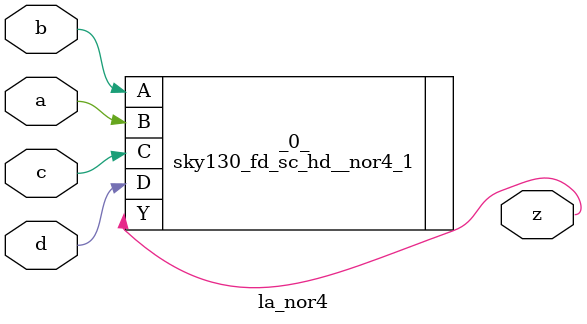
<source format=v>
/* Generated by Yosys 0.37 (git sha1 a5c7f69ed, clang 14.0.0-1ubuntu1.1 -fPIC -Os) */

module la_nor4(a, b, c, d, z);
  input a;
  wire a;
  input b;
  wire b;
  input c;
  wire c;
  input d;
  wire d;
  output z;
  wire z;
  sky130_fd_sc_hd__nor4_1 _0_ (
    .A(b),
    .B(a),
    .C(c),
    .D(d),
    .Y(z)
  );
endmodule

</source>
